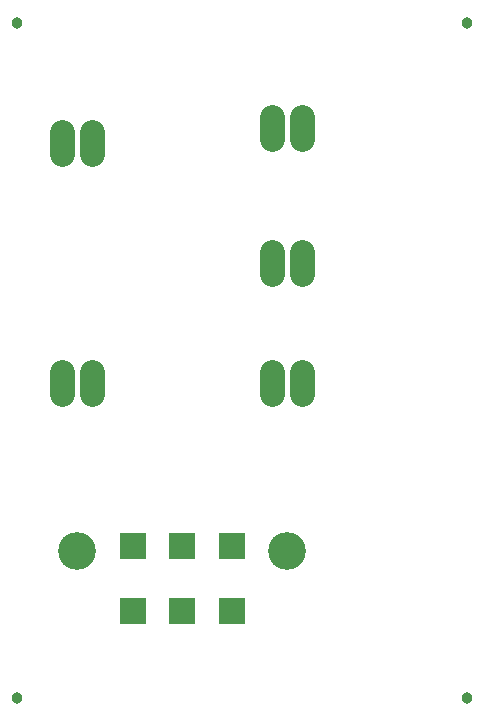
<source format=gbr>
G04 EAGLE Gerber X2 export*
%TF.Part,Single*%
%TF.FileFunction,Soldermask,Bot,1*%
%TF.FilePolarity,Negative*%
%TF.GenerationSoftware,Autodesk,EAGLE,8.7.1*%
%TF.CreationDate,2018-05-13T19:15:01Z*%
G75*
%MOMM*%
%FSLAX34Y34*%
%LPD*%
%AMOC8*
5,1,8,0,0,1.08239X$1,22.5*%
G01*
%ADD10C,0.965200*%
%ADD11C,2.082800*%
%ADD12R,2.303200X2.303200*%
%ADD13C,3.203200*%


D10*
X406400Y596900D03*
X406400Y25400D03*
X25400Y25400D03*
X25400Y596900D03*
D11*
X241300Y301498D02*
X241300Y282702D01*
X266700Y282702D02*
X266700Y301498D01*
X241300Y384302D02*
X241300Y403098D01*
X266700Y403098D02*
X266700Y384302D01*
X241300Y498602D02*
X241300Y517398D01*
X266700Y517398D02*
X266700Y498602D01*
X63500Y301498D02*
X63500Y282702D01*
X88900Y282702D02*
X88900Y301498D01*
X63500Y485902D02*
X63500Y504698D01*
X88900Y504698D02*
X88900Y485902D01*
D12*
X207100Y99500D03*
X165100Y99500D03*
X123100Y99500D03*
X123100Y154500D03*
X165100Y154500D03*
X207100Y154500D03*
D13*
X254100Y149900D03*
X76100Y149900D03*
M02*

</source>
